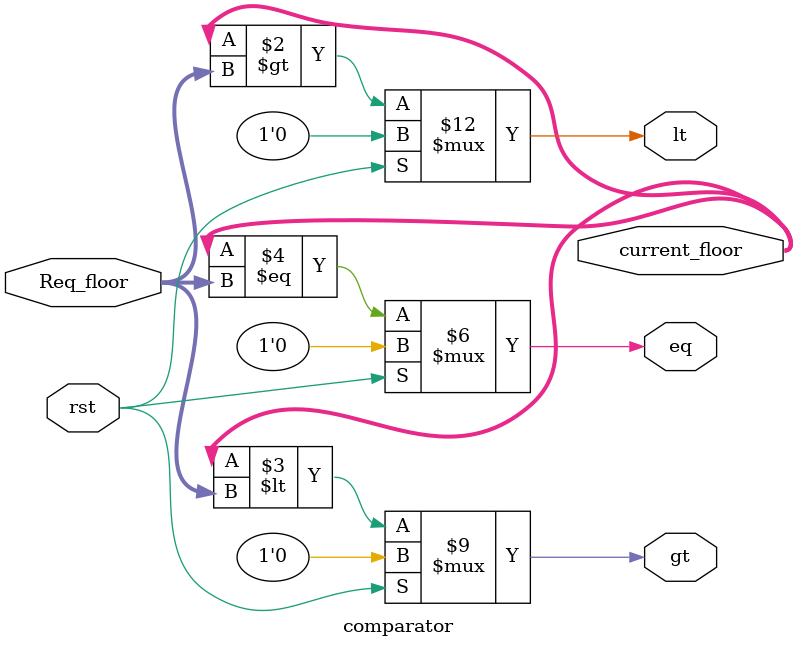
<source format=v>
module comparator(
        input rst,
        output [1:0] current_floor,
        input [1:0] Req_floor,
        output reg lt,gt,eq);  
        
        
        always @(*) begin
        if(rst) begin
            lt=0;gt=0;eq=0;
        end
       else begin
//                if(current_floor > Req_floor) begin
//                    lt = 1;gt = 0;eq = 0;
//                end
//                else if(current_floor < Req_floor) begin
//                     lt = 0;gt = 1;eq = 0;
//                end
//                else if(current_floor == Req_floor) begin
//                    lt = 0;gt = 0;eq = 1;
//                end
//                else
//                     lt = 0;gt = 0;eq = 0;
                lt = current_floor > Req_floor;
                gt = current_floor < Req_floor;
                eq = current_floor == Req_floor;
                
             end
        end
endmodule
</source>
